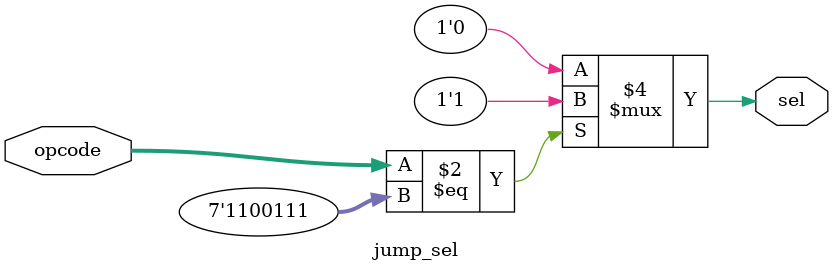
<source format=v>
module jump_sel(
    input [6:0] opcode,
    output reg sel
    );
    always@(*) begin
        if(opcode == 7'b1100111) begin
            sel <= 1;
        end
        else begin
            sel <= 0;
        end
    end
endmodule

</source>
